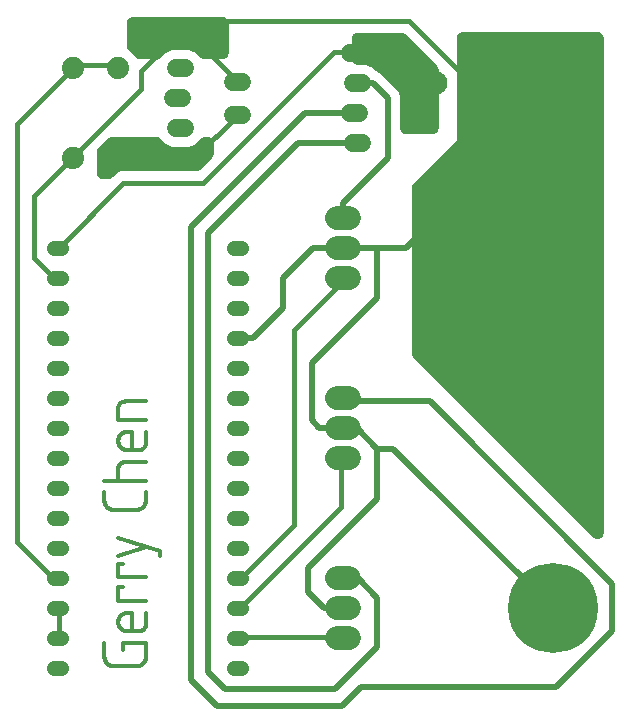
<source format=gbr>
G04 EAGLE Gerber X2 export*
%TF.Part,Single*%
%TF.FileFunction,Copper,L1,Top,Mixed*%
%TF.FilePolarity,Positive*%
%TF.GenerationSoftware,Autodesk,EAGLE,9.1.1*%
%TF.CreationDate,2018-09-28T16:37:10Z*%
G75*
%MOMM*%
%FSLAX34Y34*%
%LPD*%
%AMOC8*
5,1,8,0,0,1.08239X$1,22.5*%
G01*
%ADD10C,0.304800*%
%ADD11C,1.879600*%
%ADD12C,1.524000*%
%ADD13C,1.950000*%
%ADD14C,2.032000*%
%ADD15C,7.620000*%
%ADD16C,1.308000*%
%ADD17C,0.406400*%
%ADD18C,1.016000*%
%ADD19C,0.508000*%
%ADD20C,0.203200*%
%ADD21C,0.609600*%

G36*
X508072Y160031D02*
X508072Y160031D01*
X508310Y160030D01*
X508391Y160040D01*
X508473Y160043D01*
X508707Y160080D01*
X508942Y160109D01*
X509021Y160129D01*
X509102Y160142D01*
X509330Y160208D01*
X509559Y160266D01*
X509635Y160296D01*
X509714Y160319D01*
X509932Y160413D01*
X510152Y160499D01*
X510224Y160539D01*
X510299Y160571D01*
X510503Y160691D01*
X510711Y160805D01*
X510778Y160853D01*
X510848Y160895D01*
X511036Y161040D01*
X511228Y161178D01*
X511287Y161234D01*
X511352Y161284D01*
X511520Y161451D01*
X511693Y161613D01*
X511746Y161676D01*
X511804Y161734D01*
X511949Y161921D01*
X512101Y162103D01*
X512145Y162172D01*
X512195Y162237D01*
X512316Y162440D01*
X512444Y162640D01*
X512479Y162714D01*
X512521Y162784D01*
X512615Y163001D01*
X512717Y163215D01*
X512742Y163293D01*
X512775Y163369D01*
X512842Y163596D01*
X512916Y163821D01*
X512931Y163901D01*
X512954Y163980D01*
X512992Y164214D01*
X513037Y164446D01*
X513042Y164527D01*
X513055Y164609D01*
X513064Y164869D01*
X513079Y165100D01*
X513079Y584200D01*
X513070Y584355D01*
X513070Y584510D01*
X513050Y584672D01*
X513039Y584836D01*
X513010Y584988D01*
X512991Y585142D01*
X512951Y585301D01*
X512920Y585462D01*
X512872Y585609D01*
X512834Y585759D01*
X512774Y585912D01*
X512723Y586068D01*
X512658Y586208D01*
X512601Y586352D01*
X512522Y586496D01*
X512452Y586644D01*
X512370Y586775D01*
X512295Y586911D01*
X512199Y587044D01*
X512111Y587183D01*
X512013Y587302D01*
X511922Y587428D01*
X511810Y587547D01*
X511706Y587674D01*
X511593Y587780D01*
X511487Y587893D01*
X511361Y587998D01*
X511242Y588110D01*
X511116Y588202D01*
X510997Y588301D01*
X510859Y588389D01*
X510727Y588485D01*
X510591Y588560D01*
X510460Y588644D01*
X510312Y588714D01*
X510169Y588793D01*
X510025Y588850D01*
X509885Y588917D01*
X509729Y588968D01*
X509576Y589028D01*
X509426Y589067D01*
X509279Y589116D01*
X509118Y589147D01*
X508960Y589188D01*
X508806Y589207D01*
X508654Y589237D01*
X508495Y589247D01*
X508328Y589269D01*
X508159Y589269D01*
X508000Y589279D01*
X393700Y589279D01*
X393546Y589270D01*
X393390Y589270D01*
X393228Y589250D01*
X393064Y589239D01*
X392912Y589210D01*
X392758Y589191D01*
X392599Y589151D01*
X392438Y589120D01*
X392291Y589072D01*
X392141Y589034D01*
X391988Y588974D01*
X391832Y588923D01*
X391692Y588858D01*
X391548Y588801D01*
X391404Y588722D01*
X391256Y588652D01*
X391125Y588570D01*
X390989Y588495D01*
X390856Y588399D01*
X390717Y588311D01*
X390598Y588213D01*
X390472Y588122D01*
X390353Y588010D01*
X390226Y587906D01*
X390120Y587793D01*
X390007Y587687D01*
X389902Y587561D01*
X389790Y587442D01*
X389698Y587316D01*
X389599Y587197D01*
X389511Y587059D01*
X389415Y586927D01*
X389340Y586791D01*
X389256Y586660D01*
X389186Y586512D01*
X389107Y586369D01*
X389050Y586225D01*
X388983Y586085D01*
X388932Y585929D01*
X388872Y585776D01*
X388833Y585626D01*
X388785Y585479D01*
X388753Y585318D01*
X388712Y585160D01*
X388693Y585006D01*
X388663Y584854D01*
X388653Y584695D01*
X388631Y584528D01*
X388631Y584359D01*
X388621Y584200D01*
X388621Y550798D01*
X388623Y550766D01*
X388621Y550734D01*
X388643Y550448D01*
X388661Y550162D01*
X388667Y550131D01*
X388669Y550099D01*
X388691Y549993D01*
X388691Y542211D01*
X388672Y542119D01*
X388669Y542087D01*
X388663Y542056D01*
X388647Y541805D01*
X388621Y541484D01*
X388623Y541442D01*
X388621Y541402D01*
X388621Y497404D01*
X352008Y460792D01*
X351960Y460737D01*
X351907Y460687D01*
X351749Y460498D01*
X351587Y460314D01*
X351546Y460253D01*
X351499Y460197D01*
X351367Y459990D01*
X351229Y459787D01*
X351196Y459722D01*
X351156Y459660D01*
X351051Y459438D01*
X350939Y459219D01*
X350915Y459151D01*
X350883Y459085D01*
X350807Y458851D01*
X350723Y458620D01*
X350707Y458549D01*
X350685Y458479D01*
X350638Y458238D01*
X350584Y457998D01*
X350577Y457926D01*
X350563Y457854D01*
X350548Y457623D01*
X350523Y457364D01*
X350526Y457280D01*
X350521Y457200D01*
X350521Y317500D01*
X350525Y317427D01*
X350523Y317354D01*
X350545Y317109D01*
X350561Y316864D01*
X350574Y316793D01*
X350581Y316720D01*
X350634Y316480D01*
X350680Y316238D01*
X350703Y316169D01*
X350718Y316098D01*
X350801Y315867D01*
X350877Y315632D01*
X350908Y315566D01*
X350932Y315497D01*
X351043Y315278D01*
X351148Y315056D01*
X351187Y314994D01*
X351220Y314929D01*
X351319Y314781D01*
X351327Y314766D01*
X351356Y314726D01*
X351357Y314725D01*
X351489Y314517D01*
X351535Y314461D01*
X351576Y314401D01*
X351664Y314300D01*
X351701Y314250D01*
X351779Y314166D01*
X351894Y314026D01*
X351955Y313969D01*
X352008Y313908D01*
X504408Y161508D01*
X504586Y161352D01*
X504758Y161190D01*
X504825Y161141D01*
X504886Y161087D01*
X505082Y160954D01*
X505274Y160815D01*
X505345Y160775D01*
X505413Y160729D01*
X505624Y160621D01*
X505831Y160507D01*
X505908Y160477D01*
X505981Y160439D01*
X506204Y160359D01*
X506424Y160272D01*
X506503Y160251D01*
X506580Y160223D01*
X506811Y160171D01*
X507040Y160112D01*
X507122Y160102D01*
X507202Y160084D01*
X507437Y160061D01*
X507672Y160031D01*
X507755Y160031D01*
X507836Y160023D01*
X508072Y160031D01*
G37*
G36*
X368455Y502930D02*
X368455Y502930D01*
X368610Y502930D01*
X368772Y502950D01*
X368936Y502961D01*
X369088Y502990D01*
X369242Y503009D01*
X369401Y503049D01*
X369562Y503080D01*
X369709Y503128D01*
X369859Y503166D01*
X370012Y503226D01*
X370168Y503277D01*
X370308Y503343D01*
X370452Y503399D01*
X370596Y503478D01*
X370744Y503548D01*
X370875Y503630D01*
X371011Y503705D01*
X371144Y503801D01*
X371283Y503889D01*
X371402Y503987D01*
X371528Y504078D01*
X371647Y504190D01*
X371774Y504294D01*
X371880Y504407D01*
X371993Y504513D01*
X372098Y504639D01*
X372210Y504758D01*
X372302Y504884D01*
X372401Y505003D01*
X372489Y505141D01*
X372585Y505274D01*
X372660Y505409D01*
X372744Y505540D01*
X372814Y505688D01*
X372893Y505831D01*
X372950Y505975D01*
X373017Y506115D01*
X373068Y506271D01*
X373128Y506424D01*
X373167Y506574D01*
X373216Y506721D01*
X373247Y506882D01*
X373288Y507040D01*
X373307Y507194D01*
X373337Y507346D01*
X373347Y507505D01*
X373369Y507672D01*
X373369Y507841D01*
X373379Y508000D01*
X373379Y557283D01*
X373375Y557356D01*
X373377Y557429D01*
X373355Y557674D01*
X373339Y557919D01*
X373326Y557991D01*
X373319Y558063D01*
X373266Y558304D01*
X373220Y558545D01*
X373197Y558614D01*
X373182Y558686D01*
X373099Y558917D01*
X373023Y559151D01*
X372992Y559217D01*
X372968Y559286D01*
X372857Y559505D01*
X372752Y559728D01*
X372713Y559789D01*
X372680Y559854D01*
X372543Y560058D01*
X372411Y560266D01*
X372365Y560322D01*
X372324Y560383D01*
X372171Y560556D01*
X372006Y560757D01*
X371945Y560814D01*
X371892Y560875D01*
X345437Y587330D01*
X345382Y587378D01*
X345332Y587431D01*
X345143Y587589D01*
X344959Y587751D01*
X344899Y587792D01*
X344842Y587839D01*
X344635Y587971D01*
X344432Y588109D01*
X344367Y588142D01*
X344306Y588182D01*
X344083Y588287D01*
X343864Y588399D01*
X343796Y588423D01*
X343730Y588455D01*
X343496Y588531D01*
X343265Y588615D01*
X343194Y588631D01*
X343125Y588653D01*
X342883Y588700D01*
X342643Y588754D01*
X342571Y588761D01*
X342499Y588775D01*
X342268Y588790D01*
X342009Y588815D01*
X341926Y588812D01*
X341845Y588817D01*
X304800Y588817D01*
X304646Y588808D01*
X304490Y588808D01*
X304328Y588788D01*
X304164Y588777D01*
X304012Y588748D01*
X303858Y588729D01*
X303699Y588689D01*
X303538Y588658D01*
X303391Y588610D01*
X303241Y588572D01*
X303088Y588512D01*
X302932Y588461D01*
X302792Y588395D01*
X302648Y588339D01*
X302504Y588260D01*
X302356Y588190D01*
X302225Y588108D01*
X302089Y588033D01*
X301956Y587937D01*
X301817Y587849D01*
X301698Y587751D01*
X301572Y587660D01*
X301453Y587548D01*
X301326Y587444D01*
X301220Y587331D01*
X301107Y587225D01*
X301002Y587099D01*
X300890Y586980D01*
X300798Y586854D01*
X300699Y586735D01*
X300611Y586597D01*
X300515Y586464D01*
X300440Y586329D01*
X300356Y586198D01*
X300286Y586050D01*
X300207Y585907D01*
X300150Y585763D01*
X300083Y585623D01*
X300032Y585467D01*
X299972Y585314D01*
X299933Y585164D01*
X299885Y585017D01*
X299853Y584856D01*
X299812Y584698D01*
X299793Y584544D01*
X299763Y584392D01*
X299753Y584233D01*
X299731Y584066D01*
X299731Y583897D01*
X299721Y583738D01*
X299721Y566740D01*
X299730Y566586D01*
X299730Y566430D01*
X299750Y566268D01*
X299761Y566104D01*
X299790Y565952D01*
X299809Y565798D01*
X299849Y565639D01*
X299880Y565478D01*
X299928Y565331D01*
X299966Y565181D01*
X300026Y565028D01*
X300077Y564872D01*
X300143Y564732D01*
X300199Y564588D01*
X300278Y564444D01*
X300348Y564296D01*
X300430Y564165D01*
X300505Y564029D01*
X300601Y563896D01*
X300689Y563757D01*
X300787Y563638D01*
X300878Y563512D01*
X300990Y563393D01*
X301094Y563266D01*
X301207Y563160D01*
X301313Y563047D01*
X301439Y562942D01*
X301558Y562830D01*
X301684Y562738D01*
X301803Y562639D01*
X301941Y562551D01*
X302074Y562455D01*
X302209Y562380D01*
X302340Y562296D01*
X302488Y562226D01*
X302631Y562147D01*
X302775Y562090D01*
X302915Y562023D01*
X303071Y561972D01*
X303224Y561912D01*
X303374Y561873D01*
X303521Y561825D01*
X303682Y561793D01*
X303840Y561752D01*
X303994Y561733D01*
X304146Y561703D01*
X304305Y561693D01*
X304472Y561671D01*
X304641Y561671D01*
X304800Y561661D01*
X311705Y561661D01*
X317424Y559292D01*
X319810Y556906D01*
X319835Y556884D01*
X319856Y556861D01*
X320073Y556674D01*
X320288Y556484D01*
X320315Y556466D01*
X320339Y556446D01*
X320578Y556287D01*
X320815Y556126D01*
X320844Y556112D01*
X320870Y556094D01*
X321096Y555983D01*
X321383Y555837D01*
X321422Y555823D01*
X321458Y555805D01*
X323437Y554985D01*
X339085Y539337D01*
X340681Y535485D01*
X340681Y508000D01*
X340690Y507846D01*
X340690Y507690D01*
X340710Y507528D01*
X340721Y507364D01*
X340750Y507212D01*
X340769Y507058D01*
X340809Y506899D01*
X340840Y506738D01*
X340888Y506591D01*
X340926Y506441D01*
X340986Y506288D01*
X341037Y506132D01*
X341103Y505992D01*
X341159Y505848D01*
X341238Y505704D01*
X341308Y505556D01*
X341390Y505425D01*
X341465Y505289D01*
X341561Y505156D01*
X341649Y505017D01*
X341747Y504898D01*
X341838Y504772D01*
X341950Y504653D01*
X342054Y504526D01*
X342167Y504420D01*
X342273Y504307D01*
X342399Y504202D01*
X342518Y504090D01*
X342644Y503998D01*
X342763Y503899D01*
X342901Y503811D01*
X343034Y503715D01*
X343169Y503640D01*
X343300Y503556D01*
X343448Y503486D01*
X343591Y503407D01*
X343735Y503350D01*
X343875Y503283D01*
X344031Y503232D01*
X344184Y503172D01*
X344334Y503133D01*
X344481Y503085D01*
X344642Y503053D01*
X344800Y503012D01*
X344954Y502993D01*
X345106Y502963D01*
X345265Y502953D01*
X345432Y502931D01*
X345601Y502931D01*
X345760Y502921D01*
X368300Y502921D01*
X368455Y502930D01*
G37*
G36*
X134713Y566425D02*
X134713Y566425D01*
X134786Y566423D01*
X135031Y566445D01*
X135276Y566461D01*
X135348Y566474D01*
X135421Y566481D01*
X135661Y566534D01*
X135902Y566580D01*
X135972Y566603D01*
X136043Y566618D01*
X136274Y566701D01*
X136508Y566777D01*
X136575Y566808D01*
X136643Y566832D01*
X136862Y566943D01*
X137085Y567048D01*
X137147Y567087D01*
X137212Y567120D01*
X137415Y567257D01*
X137623Y567389D01*
X137680Y567435D01*
X137740Y567476D01*
X137914Y567629D01*
X138114Y567794D01*
X138172Y567855D01*
X138232Y567908D01*
X142315Y571992D01*
X148035Y574361D01*
X161845Y574361D01*
X167565Y571992D01*
X171648Y567908D01*
X171702Y567860D01*
X171752Y567807D01*
X171942Y567649D01*
X172126Y567487D01*
X172186Y567446D01*
X172242Y567399D01*
X172449Y567267D01*
X172653Y567129D01*
X172718Y567096D01*
X172779Y567056D01*
X173001Y566951D01*
X173220Y566839D01*
X173289Y566815D01*
X173355Y566783D01*
X173589Y566707D01*
X173820Y566623D01*
X173891Y566607D01*
X173960Y566585D01*
X174201Y566538D01*
X174441Y566484D01*
X174514Y566477D01*
X174586Y566463D01*
X174817Y566448D01*
X175076Y566423D01*
X175159Y566426D01*
X175239Y566421D01*
X190500Y566421D01*
X190655Y566430D01*
X190810Y566430D01*
X190972Y566450D01*
X191136Y566461D01*
X191288Y566490D01*
X191442Y566509D01*
X191601Y566549D01*
X191762Y566580D01*
X191909Y566628D01*
X192059Y566666D01*
X192212Y566726D01*
X192368Y566777D01*
X192508Y566843D01*
X192652Y566899D01*
X192796Y566978D01*
X192944Y567048D01*
X193075Y567130D01*
X193211Y567205D01*
X193344Y567301D01*
X193483Y567389D01*
X193602Y567487D01*
X193728Y567578D01*
X193847Y567690D01*
X193974Y567794D01*
X194080Y567907D01*
X194193Y568013D01*
X194298Y568139D01*
X194410Y568258D01*
X194502Y568384D01*
X194601Y568503D01*
X194689Y568641D01*
X194785Y568774D01*
X194860Y568909D01*
X194944Y569040D01*
X195014Y569188D01*
X195093Y569331D01*
X195150Y569475D01*
X195217Y569615D01*
X195268Y569771D01*
X195328Y569924D01*
X195367Y570074D01*
X195416Y570221D01*
X195447Y570382D01*
X195488Y570540D01*
X195507Y570694D01*
X195537Y570846D01*
X195547Y571005D01*
X195569Y571172D01*
X195569Y571341D01*
X195579Y571500D01*
X195579Y596900D01*
X195570Y597055D01*
X195570Y597210D01*
X195550Y597372D01*
X195539Y597536D01*
X195510Y597688D01*
X195491Y597842D01*
X195451Y598001D01*
X195420Y598162D01*
X195372Y598309D01*
X195334Y598459D01*
X195274Y598612D01*
X195223Y598768D01*
X195158Y598908D01*
X195101Y599052D01*
X195022Y599196D01*
X194952Y599344D01*
X194870Y599475D01*
X194795Y599611D01*
X194699Y599744D01*
X194611Y599883D01*
X194513Y600002D01*
X194422Y600128D01*
X194310Y600247D01*
X194206Y600374D01*
X194093Y600480D01*
X193987Y600593D01*
X193861Y600698D01*
X193742Y600810D01*
X193616Y600902D01*
X193497Y601001D01*
X193359Y601089D01*
X193227Y601185D01*
X193091Y601260D01*
X192960Y601344D01*
X192812Y601414D01*
X192669Y601493D01*
X192525Y601550D01*
X192385Y601617D01*
X192229Y601668D01*
X192076Y601728D01*
X191926Y601767D01*
X191779Y601816D01*
X191618Y601847D01*
X191460Y601888D01*
X191306Y601907D01*
X191154Y601937D01*
X190995Y601947D01*
X190828Y601969D01*
X190659Y601969D01*
X190500Y601979D01*
X114300Y601979D01*
X114146Y601970D01*
X113990Y601970D01*
X113828Y601950D01*
X113664Y601939D01*
X113512Y601910D01*
X113358Y601891D01*
X113199Y601851D01*
X113038Y601820D01*
X112891Y601772D01*
X112741Y601734D01*
X112588Y601674D01*
X112432Y601623D01*
X112292Y601558D01*
X112148Y601501D01*
X112004Y601422D01*
X111856Y601352D01*
X111725Y601270D01*
X111589Y601195D01*
X111456Y601099D01*
X111317Y601011D01*
X111198Y600913D01*
X111072Y600822D01*
X110953Y600710D01*
X110826Y600606D01*
X110720Y600493D01*
X110607Y600387D01*
X110502Y600261D01*
X110390Y600142D01*
X110298Y600016D01*
X110199Y599897D01*
X110111Y599759D01*
X110015Y599627D01*
X109940Y599491D01*
X109856Y599360D01*
X109786Y599212D01*
X109707Y599069D01*
X109650Y598925D01*
X109583Y598785D01*
X109532Y598629D01*
X109472Y598476D01*
X109433Y598326D01*
X109385Y598179D01*
X109353Y598018D01*
X109312Y597860D01*
X109293Y597706D01*
X109263Y597554D01*
X109253Y597395D01*
X109231Y597228D01*
X109231Y597059D01*
X109221Y596900D01*
X109221Y577804D01*
X109225Y577731D01*
X109223Y577658D01*
X109245Y577413D01*
X109261Y577168D01*
X109274Y577096D01*
X109281Y577024D01*
X109334Y576783D01*
X109380Y576542D01*
X109403Y576473D01*
X109418Y576401D01*
X109501Y576170D01*
X109577Y575936D01*
X109608Y575870D01*
X109632Y575801D01*
X109743Y575582D01*
X109848Y575359D01*
X109887Y575298D01*
X109920Y575233D01*
X110057Y575029D01*
X110189Y574821D01*
X110235Y574765D01*
X110276Y574705D01*
X110429Y574531D01*
X110594Y574330D01*
X110655Y574273D01*
X110708Y574212D01*
X117012Y567908D01*
X117067Y567860D01*
X117117Y567807D01*
X117306Y567649D01*
X117490Y567487D01*
X117551Y567446D01*
X117607Y567399D01*
X117814Y567267D01*
X118017Y567129D01*
X118082Y567096D01*
X118144Y567056D01*
X118366Y566951D01*
X118585Y566839D01*
X118653Y566815D01*
X118719Y566783D01*
X118953Y566707D01*
X119184Y566623D01*
X119255Y566607D01*
X119325Y566585D01*
X119566Y566538D01*
X119806Y566484D01*
X119878Y566477D01*
X119950Y566463D01*
X120181Y566448D01*
X120440Y566423D01*
X120523Y566426D01*
X120604Y566421D01*
X134641Y566421D01*
X134713Y566425D01*
G37*
G36*
X93740Y464825D02*
X93740Y464825D01*
X93813Y464823D01*
X94058Y464845D01*
X94303Y464861D01*
X94375Y464874D01*
X94447Y464881D01*
X94688Y464934D01*
X94929Y464980D01*
X94998Y465003D01*
X95070Y465018D01*
X95301Y465101D01*
X95535Y465177D01*
X95601Y465208D01*
X95670Y465232D01*
X95889Y465343D01*
X96112Y465448D01*
X96173Y465487D01*
X96238Y465520D01*
X96442Y465657D01*
X96650Y465789D01*
X96706Y465835D01*
X96767Y465876D01*
X96940Y466029D01*
X97141Y466194D01*
X97198Y466255D01*
X97259Y466308D01*
X100845Y469894D01*
X104510Y471413D01*
X167805Y471413D01*
X167878Y471417D01*
X167951Y471415D01*
X168196Y471437D01*
X168441Y471453D01*
X168513Y471466D01*
X168585Y471473D01*
X168826Y471526D01*
X169067Y471572D01*
X169136Y471594D01*
X169208Y471610D01*
X169439Y471693D01*
X169673Y471769D01*
X169739Y471800D01*
X169808Y471824D01*
X170027Y471935D01*
X170250Y472040D01*
X170311Y472079D01*
X170376Y472112D01*
X170580Y472249D01*
X170788Y472381D01*
X170844Y472427D01*
X170905Y472468D01*
X171078Y472621D01*
X171279Y472786D01*
X171336Y472847D01*
X171397Y472900D01*
X181392Y482895D01*
X181440Y482950D01*
X181493Y483000D01*
X181651Y483189D01*
X181813Y483373D01*
X181854Y483433D01*
X181901Y483490D01*
X182033Y483696D01*
X182171Y483900D01*
X182204Y483965D01*
X182244Y484026D01*
X182349Y484249D01*
X182461Y484468D01*
X182485Y484536D01*
X182517Y484602D01*
X182594Y484836D01*
X182677Y485067D01*
X182693Y485138D01*
X182716Y485207D01*
X182762Y485449D01*
X182816Y485689D01*
X182823Y485761D01*
X182837Y485833D01*
X182852Y486064D01*
X182877Y486323D01*
X182874Y486406D01*
X182879Y486487D01*
X182879Y495300D01*
X182870Y495454D01*
X182870Y495606D01*
X182870Y495610D01*
X182850Y495772D01*
X182839Y495936D01*
X182810Y496088D01*
X182791Y496242D01*
X182751Y496401D01*
X182720Y496562D01*
X182672Y496709D01*
X182634Y496859D01*
X182574Y497012D01*
X182523Y497168D01*
X182458Y497308D01*
X182401Y497452D01*
X182322Y497596D01*
X182252Y497744D01*
X182170Y497875D01*
X182095Y498011D01*
X181999Y498144D01*
X181911Y498283D01*
X181813Y498402D01*
X181722Y498528D01*
X181610Y498647D01*
X181506Y498774D01*
X181393Y498880D01*
X181287Y498993D01*
X181161Y499098D01*
X181042Y499210D01*
X180916Y499302D01*
X180797Y499401D01*
X180659Y499489D01*
X180527Y499585D01*
X180391Y499660D01*
X180260Y499744D01*
X180112Y499814D01*
X179969Y499893D01*
X179825Y499950D01*
X179685Y500017D01*
X179529Y500068D01*
X179376Y500128D01*
X179226Y500167D01*
X179079Y500216D01*
X178918Y500247D01*
X178760Y500288D01*
X178606Y500307D01*
X178454Y500337D01*
X178295Y500347D01*
X178128Y500369D01*
X177959Y500369D01*
X177800Y500379D01*
X175239Y500379D01*
X175167Y500375D01*
X175094Y500377D01*
X174849Y500355D01*
X174604Y500339D01*
X174532Y500326D01*
X174459Y500319D01*
X174219Y500266D01*
X173978Y500220D01*
X173908Y500198D01*
X173837Y500182D01*
X173606Y500099D01*
X173372Y500023D01*
X173306Y499992D01*
X173237Y499968D01*
X173017Y499857D01*
X172795Y499752D01*
X172733Y499713D01*
X172668Y499680D01*
X172465Y499543D01*
X172257Y499411D01*
X172201Y499365D01*
X172140Y499324D01*
X171966Y499171D01*
X171766Y499006D01*
X171763Y499003D01*
X171762Y499002D01*
X171707Y498944D01*
X171648Y498892D01*
X167564Y494808D01*
X161845Y492439D01*
X148035Y492439D01*
X142316Y494808D01*
X138232Y498892D01*
X138179Y498939D01*
X138131Y498989D01*
X138130Y498990D01*
X138128Y498993D01*
X137939Y499150D01*
X137754Y499313D01*
X137694Y499354D01*
X137638Y499401D01*
X137431Y499533D01*
X137227Y499671D01*
X137162Y499704D01*
X137101Y499744D01*
X136878Y499849D01*
X136660Y499961D01*
X136591Y499985D01*
X136525Y500017D01*
X136291Y500094D01*
X136060Y500177D01*
X135989Y500193D01*
X135920Y500216D01*
X135679Y500262D01*
X135439Y500316D01*
X135366Y500323D01*
X135294Y500337D01*
X135063Y500352D01*
X134805Y500377D01*
X134721Y500374D01*
X134641Y500379D01*
X96823Y500379D01*
X96750Y500375D01*
X96677Y500377D01*
X96432Y500355D01*
X96187Y500339D01*
X96115Y500326D01*
X96043Y500319D01*
X95802Y500266D01*
X95561Y500220D01*
X95492Y500198D01*
X95420Y500182D01*
X95189Y500099D01*
X94955Y500023D01*
X94889Y499992D01*
X94820Y499968D01*
X94601Y499857D01*
X94378Y499752D01*
X94317Y499713D01*
X94252Y499680D01*
X94048Y499543D01*
X93840Y499411D01*
X93784Y499365D01*
X93723Y499324D01*
X93550Y499171D01*
X93349Y499006D01*
X93346Y499003D01*
X93345Y499002D01*
X93290Y498944D01*
X93231Y498892D01*
X85308Y490969D01*
X85260Y490914D01*
X85207Y490864D01*
X85050Y490676D01*
X84887Y490491D01*
X84846Y490430D01*
X84799Y490374D01*
X84667Y490168D01*
X84529Y489964D01*
X84496Y489899D01*
X84456Y489838D01*
X84351Y489615D01*
X84239Y489396D01*
X84215Y489328D01*
X84183Y489262D01*
X84106Y489028D01*
X84023Y488797D01*
X84007Y488726D01*
X83985Y488657D01*
X83938Y488415D01*
X83884Y488175D01*
X83877Y488103D01*
X83863Y488031D01*
X83848Y487800D01*
X83823Y487541D01*
X83826Y487458D01*
X83821Y487377D01*
X83821Y469900D01*
X83830Y469746D01*
X83830Y469590D01*
X83850Y469428D01*
X83861Y469264D01*
X83890Y469112D01*
X83909Y468958D01*
X83949Y468799D01*
X83980Y468638D01*
X84028Y468491D01*
X84066Y468341D01*
X84126Y468188D01*
X84177Y468032D01*
X84243Y467892D01*
X84299Y467748D01*
X84378Y467604D01*
X84448Y467456D01*
X84530Y467325D01*
X84605Y467189D01*
X84701Y467056D01*
X84789Y466917D01*
X84887Y466798D01*
X84978Y466672D01*
X85090Y466553D01*
X85194Y466426D01*
X85307Y466320D01*
X85413Y466207D01*
X85539Y466102D01*
X85658Y465990D01*
X85784Y465898D01*
X85903Y465799D01*
X86041Y465711D01*
X86174Y465615D01*
X86309Y465540D01*
X86440Y465456D01*
X86588Y465386D01*
X86731Y465307D01*
X86875Y465250D01*
X87015Y465183D01*
X87171Y465132D01*
X87324Y465072D01*
X87474Y465033D01*
X87621Y464985D01*
X87782Y464953D01*
X87940Y464912D01*
X88094Y464893D01*
X88246Y464863D01*
X88405Y464853D01*
X88572Y464831D01*
X88741Y464831D01*
X88900Y464821D01*
X93667Y464821D01*
X93740Y464825D01*
G37*
D10*
X106003Y65955D02*
X106003Y71797D01*
X125476Y71797D01*
X125476Y60113D01*
X125474Y59925D01*
X125467Y59737D01*
X125456Y59549D01*
X125440Y59361D01*
X125419Y59174D01*
X125394Y58988D01*
X125365Y58802D01*
X125331Y58617D01*
X125292Y58432D01*
X125250Y58249D01*
X125202Y58067D01*
X125151Y57886D01*
X125095Y57706D01*
X125034Y57528D01*
X124970Y57351D01*
X124901Y57176D01*
X124828Y57002D01*
X124751Y56831D01*
X124669Y56661D01*
X124584Y56493D01*
X124494Y56328D01*
X124401Y56164D01*
X124304Y56003D01*
X124202Y55845D01*
X124097Y55688D01*
X123988Y55535D01*
X123876Y55384D01*
X123760Y55236D01*
X123640Y55090D01*
X123517Y54948D01*
X123391Y54809D01*
X123261Y54672D01*
X123128Y54539D01*
X122991Y54409D01*
X122852Y54283D01*
X122710Y54160D01*
X122564Y54040D01*
X122416Y53924D01*
X122265Y53812D01*
X122112Y53703D01*
X121955Y53598D01*
X121797Y53496D01*
X121636Y53399D01*
X121472Y53306D01*
X121307Y53216D01*
X121139Y53131D01*
X120969Y53049D01*
X120798Y52972D01*
X120624Y52899D01*
X120449Y52830D01*
X120272Y52766D01*
X120094Y52705D01*
X119914Y52649D01*
X119733Y52598D01*
X119551Y52550D01*
X119368Y52508D01*
X119183Y52469D01*
X118998Y52435D01*
X118812Y52406D01*
X118626Y52381D01*
X118439Y52360D01*
X118251Y52344D01*
X118063Y52333D01*
X117875Y52326D01*
X117687Y52324D01*
X98213Y52324D01*
X98022Y52326D01*
X97831Y52333D01*
X97640Y52345D01*
X97450Y52362D01*
X97260Y52383D01*
X97070Y52408D01*
X96881Y52439D01*
X96693Y52474D01*
X96506Y52513D01*
X96320Y52557D01*
X96136Y52606D01*
X95952Y52659D01*
X95770Y52717D01*
X95589Y52779D01*
X95410Y52846D01*
X95232Y52917D01*
X95057Y52992D01*
X94883Y53072D01*
X94711Y53156D01*
X94541Y53244D01*
X94374Y53336D01*
X94209Y53432D01*
X94046Y53532D01*
X93886Y53637D01*
X93728Y53745D01*
X93573Y53857D01*
X93421Y53973D01*
X93272Y54092D01*
X93125Y54215D01*
X92982Y54342D01*
X92842Y54472D01*
X92705Y54605D01*
X92572Y54742D01*
X92442Y54882D01*
X92315Y55025D01*
X92192Y55172D01*
X92073Y55321D01*
X91957Y55473D01*
X91845Y55628D01*
X91737Y55786D01*
X91632Y55946D01*
X91532Y56109D01*
X91436Y56274D01*
X91344Y56441D01*
X91256Y56611D01*
X91172Y56783D01*
X91092Y56957D01*
X91017Y57132D01*
X90946Y57310D01*
X90879Y57489D01*
X90817Y57670D01*
X90759Y57852D01*
X90706Y58036D01*
X90657Y58220D01*
X90613Y58406D01*
X90574Y58593D01*
X90539Y58781D01*
X90508Y58970D01*
X90483Y59159D01*
X90462Y59349D01*
X90445Y59540D01*
X90433Y59731D01*
X90426Y59922D01*
X90424Y60113D01*
X90424Y71797D01*
X125476Y87736D02*
X125476Y97472D01*
X125476Y87736D02*
X125474Y87586D01*
X125468Y87435D01*
X125459Y87285D01*
X125445Y87135D01*
X125428Y86986D01*
X125406Y86837D01*
X125381Y86689D01*
X125352Y86541D01*
X125320Y86394D01*
X125283Y86248D01*
X125243Y86103D01*
X125199Y85959D01*
X125152Y85817D01*
X125100Y85675D01*
X125046Y85535D01*
X124987Y85397D01*
X124925Y85259D01*
X124860Y85124D01*
X124791Y84990D01*
X124718Y84859D01*
X124642Y84729D01*
X124563Y84601D01*
X124481Y84475D01*
X124395Y84351D01*
X124307Y84230D01*
X124215Y84110D01*
X124120Y83994D01*
X124022Y83879D01*
X123921Y83768D01*
X123818Y83659D01*
X123711Y83552D01*
X123602Y83449D01*
X123491Y83348D01*
X123376Y83250D01*
X123260Y83155D01*
X123140Y83063D01*
X123019Y82975D01*
X122895Y82889D01*
X122769Y82807D01*
X122641Y82728D01*
X122511Y82652D01*
X122380Y82579D01*
X122246Y82510D01*
X122111Y82445D01*
X121973Y82383D01*
X121835Y82324D01*
X121695Y82270D01*
X121553Y82218D01*
X121411Y82171D01*
X121267Y82127D01*
X121122Y82087D01*
X120976Y82050D01*
X120829Y82018D01*
X120681Y81989D01*
X120533Y81964D01*
X120384Y81942D01*
X120235Y81925D01*
X120085Y81911D01*
X119935Y81902D01*
X119784Y81896D01*
X119634Y81894D01*
X109897Y81894D01*
X109707Y81896D01*
X109518Y81903D01*
X109328Y81915D01*
X109139Y81931D01*
X108951Y81952D01*
X108763Y81977D01*
X108576Y82007D01*
X108389Y82041D01*
X108203Y82080D01*
X108019Y82124D01*
X107835Y82172D01*
X107653Y82224D01*
X107472Y82281D01*
X107293Y82342D01*
X107115Y82408D01*
X106938Y82478D01*
X106764Y82552D01*
X106591Y82630D01*
X106420Y82713D01*
X106251Y82800D01*
X106085Y82891D01*
X105921Y82985D01*
X105759Y83084D01*
X105599Y83187D01*
X105442Y83294D01*
X105288Y83404D01*
X105137Y83518D01*
X104988Y83636D01*
X104842Y83757D01*
X104699Y83882D01*
X104560Y84010D01*
X104423Y84142D01*
X104290Y84277D01*
X104160Y84415D01*
X104033Y84556D01*
X103910Y84701D01*
X103790Y84848D01*
X103675Y84998D01*
X103562Y85151D01*
X103454Y85307D01*
X103349Y85465D01*
X103248Y85625D01*
X103152Y85788D01*
X103059Y85954D01*
X102970Y86122D01*
X102885Y86291D01*
X102805Y86463D01*
X102728Y86637D01*
X102656Y86812D01*
X102589Y86989D01*
X102525Y87168D01*
X102466Y87348D01*
X102411Y87530D01*
X102361Y87713D01*
X102316Y87897D01*
X102274Y88082D01*
X102238Y88268D01*
X102205Y88455D01*
X102178Y88643D01*
X102155Y88831D01*
X102136Y89020D01*
X102122Y89209D01*
X102113Y89399D01*
X102109Y89588D01*
X102109Y89778D01*
X102113Y89967D01*
X102122Y90157D01*
X102136Y90346D01*
X102155Y90535D01*
X102178Y90723D01*
X102205Y90911D01*
X102238Y91098D01*
X102274Y91284D01*
X102316Y91469D01*
X102361Y91653D01*
X102411Y91836D01*
X102466Y92018D01*
X102525Y92198D01*
X102589Y92377D01*
X102656Y92554D01*
X102728Y92729D01*
X102805Y92903D01*
X102885Y93075D01*
X102970Y93244D01*
X103059Y93412D01*
X103152Y93578D01*
X103248Y93741D01*
X103349Y93901D01*
X103454Y94059D01*
X103562Y94215D01*
X103675Y94368D01*
X103790Y94518D01*
X103910Y94665D01*
X104033Y94810D01*
X104160Y94951D01*
X104290Y95089D01*
X104423Y95224D01*
X104560Y95356D01*
X104699Y95484D01*
X104842Y95609D01*
X104988Y95730D01*
X105137Y95848D01*
X105288Y95962D01*
X105442Y96072D01*
X105599Y96179D01*
X105759Y96282D01*
X105921Y96381D01*
X106085Y96475D01*
X106251Y96566D01*
X106420Y96653D01*
X106591Y96736D01*
X106764Y96814D01*
X106938Y96888D01*
X107115Y96958D01*
X107293Y97024D01*
X107472Y97085D01*
X107653Y97142D01*
X107835Y97194D01*
X108019Y97242D01*
X108203Y97286D01*
X108389Y97325D01*
X108576Y97359D01*
X108763Y97389D01*
X108951Y97414D01*
X109139Y97435D01*
X109328Y97451D01*
X109518Y97463D01*
X109707Y97470D01*
X109897Y97472D01*
X113792Y97472D01*
X113792Y81894D01*
X125476Y107577D02*
X102108Y107577D01*
X102108Y119261D01*
X106003Y119261D01*
X102108Y127580D02*
X125476Y127580D01*
X102108Y127580D02*
X102108Y139264D01*
X106003Y139264D01*
X137160Y145711D02*
X137160Y149606D01*
X102108Y161290D01*
X102108Y145711D02*
X125476Y153501D01*
X125476Y192519D02*
X125476Y200309D01*
X125476Y192519D02*
X125474Y192331D01*
X125467Y192143D01*
X125456Y191955D01*
X125440Y191767D01*
X125419Y191580D01*
X125394Y191394D01*
X125365Y191208D01*
X125331Y191023D01*
X125292Y190838D01*
X125250Y190655D01*
X125202Y190473D01*
X125151Y190292D01*
X125095Y190112D01*
X125034Y189934D01*
X124970Y189757D01*
X124901Y189582D01*
X124828Y189408D01*
X124751Y189237D01*
X124669Y189067D01*
X124584Y188899D01*
X124494Y188734D01*
X124401Y188570D01*
X124304Y188409D01*
X124202Y188251D01*
X124097Y188094D01*
X123988Y187941D01*
X123876Y187790D01*
X123760Y187642D01*
X123640Y187496D01*
X123517Y187354D01*
X123391Y187215D01*
X123261Y187078D01*
X123128Y186945D01*
X122991Y186815D01*
X122852Y186689D01*
X122710Y186566D01*
X122564Y186446D01*
X122416Y186330D01*
X122265Y186218D01*
X122112Y186109D01*
X121955Y186004D01*
X121797Y185902D01*
X121636Y185805D01*
X121472Y185712D01*
X121307Y185622D01*
X121139Y185537D01*
X120969Y185455D01*
X120798Y185378D01*
X120624Y185305D01*
X120449Y185236D01*
X120272Y185172D01*
X120094Y185111D01*
X119914Y185055D01*
X119733Y185004D01*
X119551Y184956D01*
X119368Y184914D01*
X119183Y184875D01*
X118998Y184841D01*
X118812Y184812D01*
X118626Y184787D01*
X118439Y184766D01*
X118251Y184750D01*
X118063Y184739D01*
X117875Y184732D01*
X117687Y184730D01*
X98213Y184730D01*
X98022Y184732D01*
X97831Y184739D01*
X97640Y184751D01*
X97450Y184768D01*
X97260Y184789D01*
X97070Y184814D01*
X96881Y184845D01*
X96693Y184880D01*
X96506Y184919D01*
X96320Y184963D01*
X96136Y185012D01*
X95952Y185065D01*
X95770Y185123D01*
X95589Y185185D01*
X95410Y185252D01*
X95232Y185323D01*
X95057Y185398D01*
X94883Y185478D01*
X94711Y185562D01*
X94541Y185650D01*
X94374Y185742D01*
X94209Y185838D01*
X94046Y185938D01*
X93886Y186043D01*
X93728Y186151D01*
X93573Y186263D01*
X93421Y186379D01*
X93272Y186498D01*
X93125Y186621D01*
X92982Y186748D01*
X92842Y186878D01*
X92705Y187011D01*
X92572Y187148D01*
X92442Y187288D01*
X92315Y187431D01*
X92192Y187578D01*
X92073Y187727D01*
X91957Y187879D01*
X91845Y188034D01*
X91737Y188192D01*
X91632Y188352D01*
X91532Y188515D01*
X91436Y188680D01*
X91344Y188847D01*
X91256Y189017D01*
X91172Y189189D01*
X91092Y189363D01*
X91017Y189538D01*
X90946Y189716D01*
X90879Y189895D01*
X90817Y190076D01*
X90759Y190258D01*
X90706Y190442D01*
X90657Y190626D01*
X90613Y190812D01*
X90574Y190999D01*
X90539Y191187D01*
X90508Y191376D01*
X90483Y191565D01*
X90462Y191755D01*
X90445Y191946D01*
X90433Y192137D01*
X90426Y192328D01*
X90424Y192519D01*
X90424Y200309D01*
X90424Y209529D02*
X125476Y209529D01*
X102108Y209529D02*
X102108Y219265D01*
X102110Y219415D01*
X102116Y219566D01*
X102125Y219716D01*
X102139Y219866D01*
X102156Y220015D01*
X102178Y220164D01*
X102203Y220312D01*
X102232Y220460D01*
X102264Y220607D01*
X102301Y220753D01*
X102341Y220898D01*
X102385Y221042D01*
X102432Y221184D01*
X102484Y221326D01*
X102538Y221466D01*
X102597Y221604D01*
X102659Y221742D01*
X102724Y221877D01*
X102793Y222011D01*
X102866Y222142D01*
X102942Y222272D01*
X103021Y222400D01*
X103103Y222526D01*
X103189Y222650D01*
X103277Y222771D01*
X103369Y222891D01*
X103464Y223007D01*
X103562Y223122D01*
X103663Y223233D01*
X103766Y223342D01*
X103873Y223449D01*
X103982Y223552D01*
X104093Y223653D01*
X104208Y223751D01*
X104324Y223846D01*
X104444Y223938D01*
X104565Y224026D01*
X104689Y224112D01*
X104815Y224194D01*
X104943Y224273D01*
X105073Y224349D01*
X105204Y224422D01*
X105338Y224491D01*
X105473Y224556D01*
X105611Y224618D01*
X105749Y224677D01*
X105889Y224731D01*
X106031Y224783D01*
X106173Y224830D01*
X106317Y224874D01*
X106462Y224914D01*
X106608Y224951D01*
X106755Y224983D01*
X106903Y225012D01*
X107051Y225037D01*
X107200Y225059D01*
X107349Y225076D01*
X107499Y225090D01*
X107649Y225099D01*
X107800Y225105D01*
X107950Y225107D01*
X125476Y225107D01*
X125476Y241088D02*
X125476Y250825D01*
X125476Y241088D02*
X125474Y240938D01*
X125468Y240787D01*
X125459Y240637D01*
X125445Y240487D01*
X125428Y240338D01*
X125406Y240189D01*
X125381Y240041D01*
X125352Y239893D01*
X125320Y239746D01*
X125283Y239600D01*
X125243Y239455D01*
X125199Y239311D01*
X125152Y239169D01*
X125100Y239027D01*
X125046Y238887D01*
X124987Y238749D01*
X124925Y238611D01*
X124860Y238476D01*
X124791Y238342D01*
X124718Y238211D01*
X124642Y238081D01*
X124563Y237953D01*
X124481Y237827D01*
X124395Y237703D01*
X124307Y237582D01*
X124215Y237462D01*
X124120Y237346D01*
X124022Y237231D01*
X123921Y237120D01*
X123818Y237011D01*
X123711Y236904D01*
X123602Y236801D01*
X123491Y236700D01*
X123376Y236602D01*
X123260Y236507D01*
X123140Y236415D01*
X123019Y236327D01*
X122895Y236241D01*
X122769Y236159D01*
X122641Y236080D01*
X122511Y236004D01*
X122380Y235931D01*
X122246Y235862D01*
X122111Y235797D01*
X121973Y235735D01*
X121835Y235676D01*
X121695Y235622D01*
X121553Y235570D01*
X121411Y235523D01*
X121267Y235479D01*
X121122Y235439D01*
X120976Y235402D01*
X120829Y235370D01*
X120681Y235341D01*
X120533Y235316D01*
X120384Y235294D01*
X120235Y235277D01*
X120085Y235263D01*
X119935Y235254D01*
X119784Y235248D01*
X119634Y235246D01*
X109897Y235246D01*
X109707Y235248D01*
X109518Y235255D01*
X109328Y235267D01*
X109139Y235283D01*
X108951Y235304D01*
X108763Y235329D01*
X108576Y235359D01*
X108389Y235393D01*
X108203Y235432D01*
X108019Y235476D01*
X107835Y235524D01*
X107653Y235576D01*
X107472Y235633D01*
X107293Y235694D01*
X107115Y235760D01*
X106938Y235830D01*
X106764Y235904D01*
X106591Y235982D01*
X106420Y236065D01*
X106251Y236152D01*
X106085Y236243D01*
X105921Y236337D01*
X105759Y236436D01*
X105599Y236539D01*
X105442Y236646D01*
X105288Y236756D01*
X105137Y236870D01*
X104988Y236988D01*
X104842Y237109D01*
X104699Y237234D01*
X104560Y237362D01*
X104423Y237494D01*
X104290Y237629D01*
X104160Y237767D01*
X104033Y237908D01*
X103910Y238053D01*
X103790Y238200D01*
X103675Y238350D01*
X103562Y238503D01*
X103454Y238659D01*
X103349Y238817D01*
X103248Y238977D01*
X103152Y239140D01*
X103059Y239306D01*
X102970Y239474D01*
X102885Y239643D01*
X102805Y239815D01*
X102728Y239989D01*
X102656Y240164D01*
X102589Y240341D01*
X102525Y240520D01*
X102466Y240700D01*
X102411Y240882D01*
X102361Y241065D01*
X102316Y241249D01*
X102274Y241434D01*
X102238Y241620D01*
X102205Y241807D01*
X102178Y241995D01*
X102155Y242183D01*
X102136Y242372D01*
X102122Y242561D01*
X102113Y242751D01*
X102109Y242940D01*
X102109Y243130D01*
X102113Y243319D01*
X102122Y243509D01*
X102136Y243698D01*
X102155Y243887D01*
X102178Y244075D01*
X102205Y244263D01*
X102238Y244450D01*
X102274Y244636D01*
X102316Y244821D01*
X102361Y245005D01*
X102411Y245188D01*
X102466Y245370D01*
X102525Y245550D01*
X102589Y245729D01*
X102656Y245906D01*
X102728Y246081D01*
X102805Y246255D01*
X102885Y246427D01*
X102970Y246596D01*
X103059Y246764D01*
X103152Y246930D01*
X103248Y247093D01*
X103349Y247253D01*
X103454Y247411D01*
X103562Y247567D01*
X103675Y247720D01*
X103790Y247870D01*
X103910Y248017D01*
X104033Y248162D01*
X104160Y248303D01*
X104290Y248441D01*
X104423Y248576D01*
X104560Y248708D01*
X104699Y248836D01*
X104842Y248961D01*
X104988Y249082D01*
X105137Y249200D01*
X105288Y249314D01*
X105442Y249424D01*
X105599Y249531D01*
X105759Y249634D01*
X105921Y249733D01*
X106085Y249827D01*
X106251Y249918D01*
X106420Y250005D01*
X106591Y250088D01*
X106764Y250166D01*
X106938Y250240D01*
X107115Y250310D01*
X107293Y250376D01*
X107472Y250437D01*
X107653Y250494D01*
X107835Y250546D01*
X108019Y250594D01*
X108203Y250638D01*
X108389Y250677D01*
X108576Y250711D01*
X108763Y250741D01*
X108951Y250766D01*
X109139Y250787D01*
X109328Y250803D01*
X109518Y250815D01*
X109707Y250822D01*
X109897Y250824D01*
X109897Y250825D02*
X113792Y250825D01*
X113792Y235246D01*
X125476Y260964D02*
X102108Y260964D01*
X102108Y270700D01*
X102110Y270850D01*
X102116Y271001D01*
X102125Y271151D01*
X102139Y271301D01*
X102156Y271450D01*
X102178Y271599D01*
X102203Y271747D01*
X102232Y271895D01*
X102264Y272042D01*
X102301Y272188D01*
X102341Y272333D01*
X102385Y272477D01*
X102432Y272619D01*
X102484Y272761D01*
X102538Y272901D01*
X102597Y273039D01*
X102659Y273177D01*
X102724Y273312D01*
X102793Y273446D01*
X102866Y273577D01*
X102942Y273707D01*
X103021Y273835D01*
X103103Y273961D01*
X103189Y274085D01*
X103277Y274206D01*
X103369Y274326D01*
X103464Y274442D01*
X103562Y274557D01*
X103663Y274668D01*
X103766Y274777D01*
X103873Y274884D01*
X103982Y274987D01*
X104093Y275088D01*
X104208Y275186D01*
X104324Y275281D01*
X104444Y275373D01*
X104565Y275461D01*
X104689Y275547D01*
X104815Y275629D01*
X104943Y275708D01*
X105073Y275784D01*
X105204Y275857D01*
X105338Y275926D01*
X105473Y275991D01*
X105611Y276053D01*
X105749Y276112D01*
X105889Y276166D01*
X106031Y276218D01*
X106173Y276265D01*
X106317Y276309D01*
X106462Y276349D01*
X106608Y276386D01*
X106755Y276418D01*
X106903Y276447D01*
X107051Y276472D01*
X107200Y276494D01*
X107349Y276511D01*
X107499Y276525D01*
X107649Y276534D01*
X107800Y276540D01*
X107950Y276542D01*
X125476Y276542D01*
D11*
X63500Y482600D03*
X63500Y558800D03*
D12*
X300990Y495300D02*
X308610Y495300D01*
X306070Y520700D02*
X298450Y520700D01*
X300990Y546100D02*
X308610Y546100D01*
X306070Y571500D02*
X298450Y571500D01*
D13*
X371000Y546100D03*
X429000Y546100D03*
X401000Y498100D03*
D12*
X156210Y584200D02*
X148590Y584200D01*
X151130Y558800D02*
X158750Y558800D01*
X156210Y533400D02*
X148590Y533400D01*
X151130Y508000D02*
X158750Y508000D01*
X156210Y482600D02*
X148590Y482600D01*
D14*
X287020Y381000D02*
X297180Y381000D01*
X297180Y406400D02*
X287020Y406400D01*
X287020Y431800D02*
X297180Y431800D01*
D15*
X469900Y406400D03*
D14*
X297180Y228600D02*
X287020Y228600D01*
X287020Y254000D02*
X297180Y254000D01*
X297180Y279400D02*
X287020Y279400D01*
D15*
X469900Y254000D03*
D14*
X297180Y76200D02*
X287020Y76200D01*
X287020Y101600D02*
X297180Y101600D01*
X297180Y127000D02*
X287020Y127000D01*
D15*
X469900Y101600D03*
D11*
X101600Y482600D03*
X101600Y558800D03*
D16*
X199930Y406400D02*
X206470Y406400D01*
X206470Y381000D02*
X199930Y381000D01*
X199930Y355600D02*
X206470Y355600D01*
X206470Y330200D02*
X199930Y330200D01*
X199930Y304800D02*
X206470Y304800D01*
X206470Y279400D02*
X199930Y279400D01*
X199930Y254000D02*
X206470Y254000D01*
X206470Y228600D02*
X199930Y228600D01*
X199930Y203200D02*
X206470Y203200D01*
X206470Y177800D02*
X199930Y177800D01*
X199930Y152400D02*
X206470Y152400D01*
X206470Y127000D02*
X199930Y127000D01*
X54070Y406400D02*
X47530Y406400D01*
X47530Y381000D02*
X54070Y381000D01*
X54070Y355600D02*
X47530Y355600D01*
X47530Y203200D02*
X54070Y203200D01*
X54070Y177800D02*
X47530Y177800D01*
X47530Y152400D02*
X54070Y152400D01*
X54070Y127000D02*
X47530Y127000D01*
X47530Y50800D02*
X54070Y50800D01*
X199930Y50800D02*
X206470Y50800D01*
X206470Y76200D02*
X199930Y76200D01*
X199930Y101600D02*
X206470Y101600D01*
X54070Y76200D02*
X47530Y76200D01*
X47530Y101600D02*
X54070Y101600D01*
X54070Y330200D02*
X47530Y330200D01*
X47530Y228600D02*
X54070Y228600D01*
X54070Y254000D02*
X47530Y254000D01*
X47530Y279400D02*
X54070Y279400D01*
X54070Y304800D02*
X47530Y304800D01*
D12*
X199390Y547370D02*
X207010Y547370D01*
X207010Y519430D02*
X199390Y519430D01*
D17*
X46662Y381664D02*
X30434Y397892D01*
X30434Y450198D01*
X61620Y481384D01*
X46662Y381664D02*
X50800Y381000D01*
X61620Y481384D02*
X63500Y482600D01*
X121452Y556174D02*
X146382Y581104D01*
X121452Y556174D02*
X121452Y541216D01*
D18*
X415626Y531244D02*
X425598Y541216D01*
X429000Y546100D01*
D19*
X405654Y466426D02*
X465486Y406594D01*
X469900Y406400D01*
X345822Y406594D02*
X320892Y406594D01*
X295962Y406594D01*
X345822Y406594D02*
X405654Y466426D01*
X295962Y406594D02*
X292100Y406400D01*
D17*
X348080Y598790D02*
X182923Y598790D01*
X348080Y598790D02*
X415626Y531244D01*
X182923Y598790D02*
X152400Y584200D01*
D19*
X470472Y401608D02*
X470472Y257014D01*
X469900Y254000D01*
X470472Y401608D02*
X469900Y406400D01*
X272114Y254474D02*
X266046Y260542D01*
X266046Y309132D01*
X320892Y363978D01*
X320892Y406594D01*
X262824Y115272D02*
X276562Y101534D01*
X292034Y101534D01*
X262824Y115272D02*
X262824Y135824D01*
X321376Y194376D02*
X321376Y236518D01*
X321376Y194376D02*
X262824Y135824D01*
X321376Y236518D02*
X303894Y254000D01*
X292100Y254000D01*
X334982Y236518D02*
X469900Y101600D01*
X334982Y236518D02*
X321376Y236518D01*
X291626Y254474D02*
X272114Y254474D01*
X291626Y254474D02*
X292100Y254000D01*
D20*
X63500Y482600D02*
X63500Y483264D01*
D17*
X121452Y541216D01*
D20*
X146382Y581104D02*
X149304Y581104D01*
D17*
X152400Y584200D01*
D18*
X401000Y516618D02*
X401000Y498100D01*
X401000Y516618D02*
X415626Y531244D01*
X401000Y498100D02*
X405654Y493446D01*
X405654Y466426D01*
D19*
X292100Y101600D02*
X292034Y101534D01*
X215900Y330200D02*
X203200Y330200D01*
X215900Y330200D02*
X241300Y355600D01*
X241300Y381000D01*
X266700Y406400D01*
X292100Y406400D01*
D17*
X203200Y547370D02*
X166370Y584200D01*
D20*
X152400Y584200D01*
D17*
X206214Y77518D02*
X290976Y77518D01*
X206214Y77518D02*
X203200Y76200D01*
X290976Y77518D02*
X292100Y76200D01*
X206214Y102448D02*
X290976Y187210D01*
X206214Y102448D02*
X203200Y101600D01*
X290976Y227476D02*
X292100Y228600D01*
X290976Y227476D02*
X290976Y187210D01*
X251088Y172252D02*
X206214Y127378D01*
X251088Y172252D02*
X251088Y336790D01*
X290976Y376678D01*
X206214Y127378D02*
X203200Y127000D01*
X290976Y376678D02*
X292100Y381000D01*
X106494Y461440D02*
X51648Y406594D01*
X106494Y461440D02*
X174040Y461440D01*
X285137Y572537D01*
D20*
X51648Y406594D02*
X50800Y406400D01*
D21*
X345600Y571500D02*
X371000Y546100D01*
X345600Y571500D02*
X302260Y571500D01*
D20*
X301223Y572537D01*
D17*
X285137Y572537D01*
D19*
X292100Y444500D02*
X292100Y431800D01*
X292100Y444500D02*
X330200Y482600D01*
X330200Y533400D02*
X317500Y546100D01*
X330200Y533400D02*
X330200Y482600D01*
X317500Y546100D02*
X304800Y546100D01*
X520332Y82504D02*
X472914Y35086D01*
X520332Y82504D02*
X520332Y122392D01*
X365766Y276958D01*
X307363Y35086D02*
X472914Y35086D01*
X307363Y35086D02*
X291259Y18982D01*
X186111Y18982D02*
X164018Y41075D01*
X186111Y18982D02*
X291259Y18982D01*
X164018Y41075D02*
X164018Y424501D01*
X292100Y279400D02*
X294542Y276958D01*
X365766Y276958D01*
X164018Y424501D02*
X260217Y520700D01*
X302260Y520700D01*
X304800Y127000D02*
X292100Y127000D01*
X192781Y32764D02*
X177800Y47745D01*
X177800Y419100D01*
X304800Y127000D02*
X321376Y110424D01*
X321376Y68282D01*
X285858Y32764D02*
X192781Y32764D01*
X285858Y32764D02*
X321376Y68282D01*
X304800Y495300D02*
X254000Y495300D01*
X177800Y419100D01*
D17*
X51648Y97462D02*
X51648Y77518D01*
X50800Y76200D01*
X51648Y97462D02*
X50800Y101600D01*
D20*
X106494Y481384D02*
X151368Y481384D01*
X152400Y482600D01*
X106494Y481384D02*
X101600Y482600D01*
D17*
X166370Y482600D02*
X203200Y519430D01*
D20*
X166370Y482600D02*
X152400Y482600D01*
D17*
X16746Y157294D02*
X46662Y127378D01*
X16746Y157294D02*
X16746Y511300D01*
X61620Y556174D01*
X46662Y127378D02*
X50800Y127000D01*
X61620Y556174D02*
X63500Y558800D01*
X66606Y561160D02*
X101508Y561160D01*
X101600Y558800D01*
X66606Y561160D02*
X63500Y558800D01*
M02*

</source>
